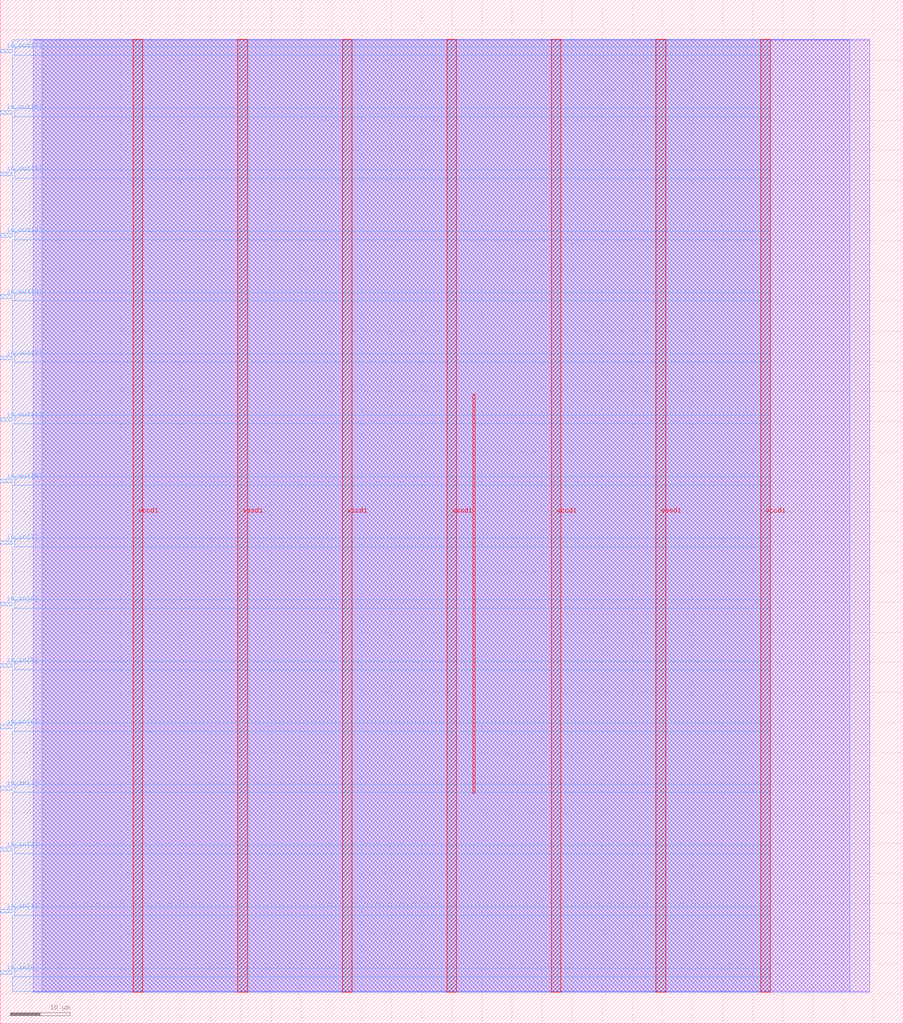
<source format=lef>
VERSION 5.7 ;
  NOWIREEXTENSIONATPIN ON ;
  DIVIDERCHAR "/" ;
  BUSBITCHARS "[]" ;
MACRO gregdavill_serv_top
  CLASS BLOCK ;
  FOREIGN gregdavill_serv_top ;
  ORIGIN 0.000 0.000 ;
  SIZE 150.000 BY 170.000 ;
  PIN io_in[0]
    DIRECTION INPUT ;
    USE SIGNAL ;
    PORT
      LAYER met3 ;
        RECT 0.000 8.200 2.000 8.800 ;
    END
  END io_in[0]
  PIN io_in[1]
    DIRECTION INPUT ;
    USE SIGNAL ;
    PORT
      LAYER met3 ;
        RECT 0.000 18.400 2.000 19.000 ;
    END
  END io_in[1]
  PIN io_in[2]
    DIRECTION INPUT ;
    USE SIGNAL ;
    PORT
      LAYER met3 ;
        RECT 0.000 28.600 2.000 29.200 ;
    END
  END io_in[2]
  PIN io_in[3]
    DIRECTION INPUT ;
    USE SIGNAL ;
    PORT
      LAYER met3 ;
        RECT 0.000 38.800 2.000 39.400 ;
    END
  END io_in[3]
  PIN io_in[4]
    DIRECTION INPUT ;
    USE SIGNAL ;
    PORT
      LAYER met3 ;
        RECT 0.000 49.000 2.000 49.600 ;
    END
  END io_in[4]
  PIN io_in[5]
    DIRECTION INPUT ;
    USE SIGNAL ;
    PORT
      LAYER met3 ;
        RECT 0.000 59.200 2.000 59.800 ;
    END
  END io_in[5]
  PIN io_in[6]
    DIRECTION INPUT ;
    USE SIGNAL ;
    PORT
      LAYER met3 ;
        RECT 0.000 69.400 2.000 70.000 ;
    END
  END io_in[6]
  PIN io_in[7]
    DIRECTION INPUT ;
    USE SIGNAL ;
    PORT
      LAYER met3 ;
        RECT 0.000 79.600 2.000 80.200 ;
    END
  END io_in[7]
  PIN io_out[0]
    DIRECTION OUTPUT TRISTATE ;
    USE SIGNAL ;
    PORT
      LAYER met3 ;
        RECT 0.000 89.800 2.000 90.400 ;
    END
  END io_out[0]
  PIN io_out[1]
    DIRECTION OUTPUT TRISTATE ;
    USE SIGNAL ;
    PORT
      LAYER met3 ;
        RECT 0.000 100.000 2.000 100.600 ;
    END
  END io_out[1]
  PIN io_out[2]
    DIRECTION OUTPUT TRISTATE ;
    USE SIGNAL ;
    PORT
      LAYER met3 ;
        RECT 0.000 110.200 2.000 110.800 ;
    END
  END io_out[2]
  PIN io_out[3]
    DIRECTION OUTPUT TRISTATE ;
    USE SIGNAL ;
    PORT
      LAYER met3 ;
        RECT 0.000 120.400 2.000 121.000 ;
    END
  END io_out[3]
  PIN io_out[4]
    DIRECTION OUTPUT TRISTATE ;
    USE SIGNAL ;
    PORT
      LAYER met3 ;
        RECT 0.000 130.600 2.000 131.200 ;
    END
  END io_out[4]
  PIN io_out[5]
    DIRECTION OUTPUT TRISTATE ;
    USE SIGNAL ;
    PORT
      LAYER met3 ;
        RECT 0.000 140.800 2.000 141.400 ;
    END
  END io_out[5]
  PIN io_out[6]
    DIRECTION OUTPUT TRISTATE ;
    USE SIGNAL ;
    PORT
      LAYER met3 ;
        RECT 0.000 151.000 2.000 151.600 ;
    END
  END io_out[6]
  PIN io_out[7]
    DIRECTION OUTPUT TRISTATE ;
    USE SIGNAL ;
    PORT
      LAYER met3 ;
        RECT 0.000 161.200 2.000 161.800 ;
    END
  END io_out[7]
  PIN vccd1
    DIRECTION INOUT ;
    USE POWER ;
    PORT
      LAYER met4 ;
        RECT 22.090 5.200 23.690 163.440 ;
    END
    PORT
      LAYER met4 ;
        RECT 56.830 5.200 58.430 163.440 ;
    END
    PORT
      LAYER met4 ;
        RECT 91.570 5.200 93.170 163.440 ;
    END
    PORT
      LAYER met4 ;
        RECT 126.310 5.200 127.910 163.440 ;
    END
  END vccd1
  PIN vssd1
    DIRECTION INOUT ;
    USE GROUND ;
    PORT
      LAYER met4 ;
        RECT 39.460 5.200 41.060 163.440 ;
    END
    PORT
      LAYER met4 ;
        RECT 74.200 5.200 75.800 163.440 ;
    END
    PORT
      LAYER met4 ;
        RECT 108.940 5.200 110.540 163.440 ;
    END
  END vssd1
  OBS
      LAYER li1 ;
        RECT 5.520 5.355 144.440 163.285 ;
      LAYER met1 ;
        RECT 5.520 5.200 144.440 163.440 ;
      LAYER met2 ;
        RECT 6.990 5.255 141.120 163.385 ;
      LAYER met3 ;
        RECT 2.000 162.200 127.900 163.365 ;
        RECT 2.400 160.800 127.900 162.200 ;
        RECT 2.000 152.000 127.900 160.800 ;
        RECT 2.400 150.600 127.900 152.000 ;
        RECT 2.000 141.800 127.900 150.600 ;
        RECT 2.400 140.400 127.900 141.800 ;
        RECT 2.000 131.600 127.900 140.400 ;
        RECT 2.400 130.200 127.900 131.600 ;
        RECT 2.000 121.400 127.900 130.200 ;
        RECT 2.400 120.000 127.900 121.400 ;
        RECT 2.000 111.200 127.900 120.000 ;
        RECT 2.400 109.800 127.900 111.200 ;
        RECT 2.000 101.000 127.900 109.800 ;
        RECT 2.400 99.600 127.900 101.000 ;
        RECT 2.000 90.800 127.900 99.600 ;
        RECT 2.400 89.400 127.900 90.800 ;
        RECT 2.000 80.600 127.900 89.400 ;
        RECT 2.400 79.200 127.900 80.600 ;
        RECT 2.000 70.400 127.900 79.200 ;
        RECT 2.400 69.000 127.900 70.400 ;
        RECT 2.000 60.200 127.900 69.000 ;
        RECT 2.400 58.800 127.900 60.200 ;
        RECT 2.000 50.000 127.900 58.800 ;
        RECT 2.400 48.600 127.900 50.000 ;
        RECT 2.000 39.800 127.900 48.600 ;
        RECT 2.400 38.400 127.900 39.800 ;
        RECT 2.000 29.600 127.900 38.400 ;
        RECT 2.400 28.200 127.900 29.600 ;
        RECT 2.000 19.400 127.900 28.200 ;
        RECT 2.400 18.000 127.900 19.400 ;
        RECT 2.000 9.200 127.900 18.000 ;
        RECT 2.400 7.800 127.900 9.200 ;
        RECT 2.000 5.275 127.900 7.800 ;
      LAYER met4 ;
        RECT 78.495 38.255 78.825 104.545 ;
  END
END gregdavill_serv_top
END LIBRARY


</source>
